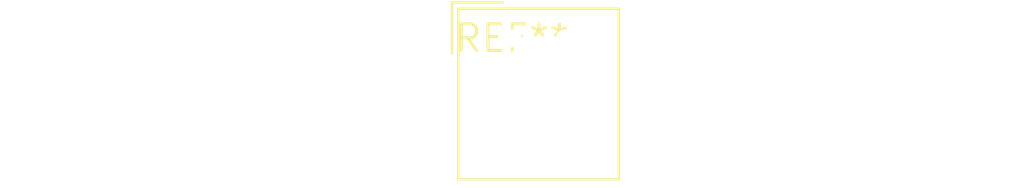
<source format=kicad_pcb>
(kicad_pcb (version 20240108) (generator pcbnew)
  (layers (0 "F.Cu" signal) (31 "B.Cu" signal) (34 "B.Paste" user) (35 "F.Paste" user) (36 "B.SilkS" user "B.Silkscreen") (37 "F.SilkS" user "F.Silkscreen") (38 "B.Mask" user) (39 "F.Mask" user) (44 "Edge.Cuts" user))
  (net 0 "")
  (footprint "Molex_SPOX_5268-02A_1x02_P2.50mm_Horizontal" (layer "F.Cu") (at 0 0)
    (property "Reference" "REF**")
    (property "Value" "Molex_SPOX_5268-02A_1x02_P2.50mm_Horizontal")
    (fp_line (start -2.86 -1.71) (end -0.45 -1.71) (layer "F.SilkS") (stroke (width 0.12)))
    (fp_line (start -2.86 0.7) (end -2.86 -1.71) (layer "F.SilkS") (stroke (width 0.12)))
    (fp_line (start -2.56 -1.41) (end -2.56 6.71) (layer "F.SilkS") (stroke (width 0.12)))
    (fp_line (start -2.56 6.71) (end 5.06 6.71) (layer "F.SilkS") (stroke (width 0.12)))
    (fp_line (start 5.06 -1.41) (end -2.56 -1.41) (layer "F.SilkS") (stroke (width 0.12)))
    (fp_line (start 5.06 6.71) (end 5.06 -1.41) (layer "F.SilkS") (stroke (width 0.12)))
    (pad "1" thru_hole roundrect (at 0 0) (size 1.7 1.85) (drill 0.85) (layers *.Cu *.Mask) (remove_unused_layers) (roundrect_rratio 0.147059))
    (pad "2" thru_hole oval (at 2.5 0) (size 1.7 1.85) (drill 0.85) (layers *.Cu *.Mask) (remove_unused_layers))
  )
)
</source>
